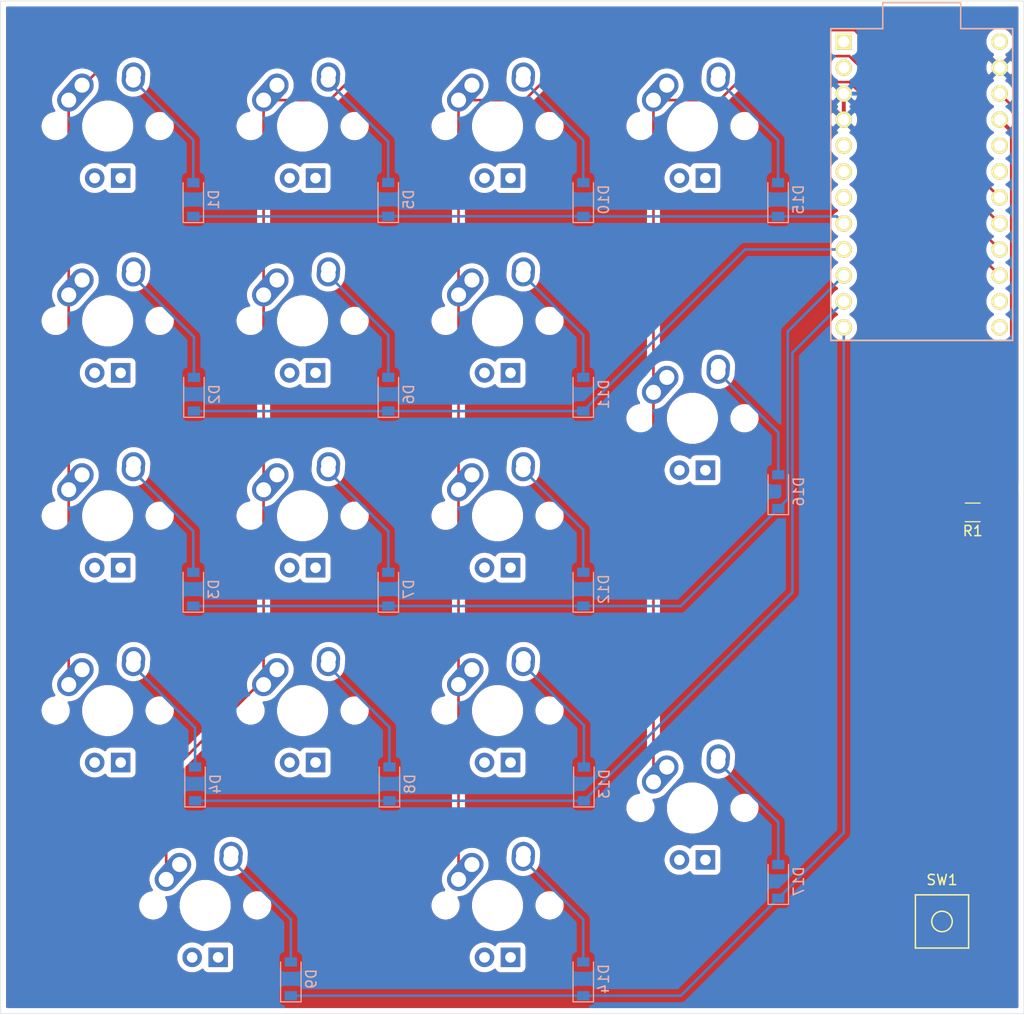
<source format=kicad_pcb>
(kicad_pcb (version 20171130) (host pcbnew "(5.1.10)-1")
  (layers (0 F.Cu signal) (31 B.Cu signal) (34 B.Paste user) (35 F.Paste user) (36 B.SilkS user) (37 F.SilkS user) (38 B.Mask user) (39 F.Mask user) (44 Edge.Cuts user))
  (net 0 "")
  (net 1 "Net-(D1-Pad2)")
  (net 2 ROW0)
  (net 3 "Net-(D2-Pad2)")
  (net 4 ROW1)
  (net 5 "Net-(D3-Pad2)")
  (net 6 ROW2)
  (net 7 "Net-(D4-Pad2)")
  (net 8 ROW3)
  (net 9 "Net-(D5-Pad2)")
  (net 10 "Net-(D6-Pad2)")
  (net 11 "Net-(D7-Pad2)")
  (net 12 "Net-(D8-Pad2)")
  (net 13 "Net-(D9-Pad2)")
  (net 14 ROW4)
  (net 15 "Net-(D10-Pad2)")
  (net 16 "Net-(D11-Pad2)")
  (net 17 "Net-(D12-Pad2)")
  (net 18 "Net-(D13-Pad2)")
  (net 19 "Net-(D14-Pad2)")
  (net 20 "Net-(D15-Pad2)")
  (net 21 "Net-(D16-Pad2)")
  (net 22 "Net-(D17-Pad2)")
  (net 23 COL0)
  (net 24 COL1)
  (net 25 COL2)
  (net 26 COL3)
  (net 27 +5V)
  (net 28 /RST)
  (net 29 GND)
  (net 30 "Net-(U1-Pad24)")
  (net 31 "Net-(U1-Pad20)")
  (net 32 "Net-(U1-Pad19)")
  (net 33 "Net-(U1-Pad14)")
  (net 34 "Net-(U1-Pad13)")
  (net 35 "Net-(U1-Pad7)")
  (net 36 "Net-(U1-Pad6)")
  (net 37 "Net-(U1-Pad5)")
  (net 38 "Net-(U1-Pad2)")
  (net 39 "Net-(U1-Pad1)")
  (module Diode_SMD:D_SOD-123 (layer B.Cu) (at 57 119.55 90)
    (fp_text reference D4 (at 0 2 90) (layer B.SilkS) (effects (justify mirror)))
    (fp_text value D_Small)
    (fp_line (start -2.25 1) (end -2.25 -1) (layer B.SilkS) (width 0.12))
    (fp_line (start -2.25 -1) (end 1.65 -1) (layer B.SilkS) (width 0.12))
    (fp_line (start -2.25 1) (end 1.65 1) (layer B.SilkS) (width 0.12))
    (pad 2 smd rect (at 1.65 0 90) (size 0.9 1.2) (layers B.Cu B.Paste B.Mask) (net 7 "Net-(D4-Pad2)"))
    (pad 1 smd rect (at -1.65 0 90) (size 0.9 1.2) (layers B.Cu B.Paste B.Mask) (net 8 ROW3))
  )
  (module Diode_SMD:D_SOD-123 (layer B.Cu) (at 95 119.55 90)
    (fp_text reference D13 (at 0 2 90) (layer B.SilkS) (effects (justify mirror)))
    (fp_text value D_Small)
    (fp_line (start -2.25 1) (end -2.25 -1) (layer B.SilkS) (width 0.12))
    (fp_line (start -2.25 -1) (end 1.65 -1) (layer B.SilkS) (width 0.12))
    (fp_line (start -2.25 1) (end 1.65 1) (layer B.SilkS) (width 0.12))
    (pad 2 smd rect (at 1.65 0 90) (size 0.9 1.2) (layers B.Cu B.Paste B.Mask) (net 18 "Net-(D13-Pad2)"))
    (pad 1 smd rect (at -1.65 0 90) (size 0.9 1.2) (layers B.Cu B.Paste B.Mask) (net 8 ROW3))
  )
  (module Diode_SMD:D_SOD-123 (layer B.Cu) (at 76 119.55 90)
    (fp_text reference D8 (at 0 2 90) (layer B.SilkS) (effects (justify mirror)))
    (fp_text value D_Small)
    (fp_line (start -2.25 1) (end -2.25 -1) (layer B.SilkS) (width 0.12))
    (fp_line (start -2.25 -1) (end 1.65 -1) (layer B.SilkS) (width 0.12))
    (fp_line (start -2.25 1) (end 1.65 1) (layer B.SilkS) (width 0.12))
    (pad 2 smd rect (at 1.65 0 90) (size 0.9 1.2) (layers B.Cu B.Paste B.Mask) (net 12 "Net-(D8-Pad2)"))
    (pad 1 smd rect (at -1.65 0 90) (size 0.9 1.2) (layers B.Cu B.Paste B.Mask) (net 8 ROW3))
  )
  (module promicro:ProMicro (layer F.Cu) (at 128.02 60.94412 270)
    (fp_text reference U1 hide)
    (fp_text value ProMicro)
    (fp_line (start 15.24 -8.89) (end 15.24 8.89) (layer B.SilkS) (width 0.15))
    (fp_line (start 15.24 8.89) (end -15.24 8.89) (layer B.SilkS) (width 0.15))
    (fp_line (start -15.24 8.89) (end -15.24 3.81) (layer B.SilkS) (width 0.15))
    (fp_line (start -15.24 3.81) (end -17.78 3.81) (layer B.SilkS) (width 0.15))
    (fp_line (start -17.78 3.81) (end -17.78 -3.81) (layer B.SilkS) (width 0.15))
    (fp_line (start -17.78 -3.81) (end -15.24 -3.81) (layer B.SilkS) (width 0.15))
    (fp_line (start -15.24 -3.81) (end -15.24 -8.89) (layer B.SilkS) (width 0.15))
    (fp_line (start -15.24 -8.89) (end 15.24 -8.89) (layer B.SilkS) (width 0.15))
    (fp_line (start -15.24 8.89) (end 15.24 8.89) (layer F.SilkS) (width 0.15))
    (fp_line (start -15.24 8.89) (end -15.24 3.81) (layer F.SilkS) (width 0.15))
    (fp_line (start -15.24 3.81) (end -17.78 3.81) (layer F.SilkS) (width 0.15))
    (fp_line (start -17.78 3.81) (end -17.78 -3.81) (layer F.SilkS) (width 0.15))
    (fp_line (start -17.78 -3.81) (end -15.24 -3.81) (layer F.SilkS) (width 0.15))
    (fp_line (start -15.24 -3.81) (end -15.24 -8.89) (layer F.SilkS) (width 0.15))
    (fp_line (start -15.24 -8.89) (end 15.24 -8.89) (layer F.SilkS) (width 0.15))
    (fp_line (start 15.24 -8.89) (end 15.24 8.89) (layer F.SilkS) (width 0.15))
    (pad 24 thru_hole circle (at -13.97 -7.62 270) (size 1.6 1.6) (drill 1.1) (layers *.Cu *.Mask F.SilkS) (net 30 "Net-(U1-Pad24)"))
    (pad 23 thru_hole circle (at -11.43 -7.62 270) (size 1.6 1.6) (drill 1.1) (layers *.Cu *.Mask F.SilkS) (net 29 GND))
    (pad 22 thru_hole circle (at -8.89 -7.62 270) (size 1.6 1.6) (drill 1.1) (layers *.Cu *.Mask F.SilkS) (net 28 /RST))
    (pad 21 thru_hole circle (at -6.35 -7.62 270) (size 1.6 1.6) (drill 1.1) (layers *.Cu *.Mask F.SilkS) (net 27 +5V))
    (pad 20 thru_hole circle (at -3.81 -7.62 270) (size 1.6 1.6) (drill 1.1) (layers *.Cu *.Mask F.SilkS) (net 31 "Net-(U1-Pad20)"))
    (pad 19 thru_hole circle (at -1.27 -7.62 270) (size 1.6 1.6) (drill 1.1) (layers *.Cu *.Mask F.SilkS) (net 32 "Net-(U1-Pad19)"))
    (pad 18 thru_hole circle (at 1.27 -7.62 270) (size 1.6 1.6) (drill 1.1) (layers *.Cu *.Mask F.SilkS) (net 23 COL0))
    (pad 17 thru_hole circle (at 3.81 -7.62 270) (size 1.6 1.6) (drill 1.1) (layers *.Cu *.Mask F.SilkS) (net 24 COL1))
    (pad 16 thru_hole circle (at 6.35 -7.62 270) (size 1.6 1.6) (drill 1.1) (layers *.Cu *.Mask F.SilkS) (net 25 COL2))
    (pad 15 thru_hole circle (at 8.89 -7.62 270) (size 1.6 1.6) (drill 1.1) (layers *.Cu *.Mask F.SilkS) (net 26 COL3))
    (pad 14 thru_hole circle (at 11.43 -7.62 270) (size 1.6 1.6) (drill 1.1) (layers *.Cu *.Mask F.SilkS) (net 33 "Net-(U1-Pad14)"))
    (pad 13 thru_hole circle (at 13.97 -7.62 270) (size 1.6 1.6) (drill 1.1) (layers *.Cu *.Mask F.SilkS) (net 34 "Net-(U1-Pad13)"))
    (pad 12 thru_hole circle (at 13.97 7.62 270) (size 1.6 1.6) (drill 1.1) (layers *.Cu *.Mask F.SilkS) (net 14 ROW4))
    (pad 11 thru_hole circle (at 11.43 7.62 270) (size 1.6 1.6) (drill 1.1) (layers *.Cu *.Mask F.SilkS) (net 8 ROW3))
    (pad 10 thru_hole circle (at 8.89 7.62 270) (size 1.6 1.6) (drill 1.1) (layers *.Cu *.Mask F.SilkS) (net 6 ROW2))
    (pad 9 thru_hole circle (at 6.35 7.62 270) (size 1.6 1.6) (drill 1.1) (layers *.Cu *.Mask F.SilkS) (net 4 ROW1))
    (pad 8 thru_hole circle (at 3.81 7.62 270) (size 1.6 1.6) (drill 1.1) (layers *.Cu *.Mask F.SilkS) (net 2 ROW0))
    (pad 7 thru_hole circle (at 1.27 7.62 270) (size 1.6 1.6) (drill 1.1) (layers *.Cu *.Mask F.SilkS) (net 35 "Net-(U1-Pad7)"))
    (pad 6 thru_hole circle (at -1.27 7.62 270) (size 1.6 1.6) (drill 1.1) (layers *.Cu *.Mask F.SilkS) (net 36 "Net-(U1-Pad6)"))
    (pad 5 thru_hole circle (at -3.81 7.62 270) (size 1.6 1.6) (drill 1.1) (layers *.Cu *.Mask F.SilkS) (net 37 "Net-(U1-Pad5)"))
    (pad 4 thru_hole circle (at -6.35 7.62 270) (size 1.6 1.6) (drill 1.1) (layers *.Cu *.Mask F.SilkS) (net 29 GND))
    (pad 3 thru_hole circle (at -8.89 7.62 270) (size 1.6 1.6) (drill 1.1) (layers *.Cu *.Mask F.SilkS) (net 29 GND))
    (pad 2 thru_hole circle (at -11.43 7.62 270) (size 1.6 1.6) (drill 1.1) (layers *.Cu *.Mask F.SilkS) (net 38 "Net-(U1-Pad2)"))
    (pad 1 thru_hole rect (at -13.97 7.62 270) (size 1.6 1.6) (drill 1.1) (layers *.Cu *.Mask F.SilkS) (net 39 "Net-(U1-Pad1)"))
  )
  (module random-keyboard-parts:SKQG-1155865 (layer F.Cu) (at 130 133 180)
    (fp_text reference SW1 (at 0 4.064) (layer F.SilkS))
    (fp_text value SW_Push)
    (fp_circle (center 0 0) (end 1 0) (layer F.SilkS) (width 0.15))
    (fp_line (start -2.6 2.6) (end -2.6 -2.6) (layer F.SilkS) (width 0.15))
    (fp_line (start 2.6 2.6) (end -2.6 2.6) (layer F.SilkS) (width 0.15))
    (fp_line (start 2.6 -2.6) (end 2.6 2.6) (layer F.SilkS) (width 0.15))
    (fp_line (start -2.6 -2.6) (end 2.6 -2.6) (layer F.SilkS) (width 0.15))
    (pad 4 smd rect (at -3.1 1.85 180) (size 1.8 1.1) (layers F.Cu F.Paste F.Mask))
    (pad 3 smd rect (at 3.1 -1.85 180) (size 1.8 1.1) (layers F.Cu F.Paste F.Mask))
    (pad 2 smd rect (at -3.1 -1.85 180) (size 1.8 1.1) (layers F.Cu F.Paste F.Mask) (net 28 /RST))
    (pad 1 smd rect (at 3.1 1.85 180) (size 1.8 1.1) (layers F.Cu F.Paste F.Mask) (net 29 GND))
  )
  (module Resistor_SMD:R_1206_3216Metric (layer F.Cu) (at 133 93 180)
    (fp_text reference R1 (at 0 -1.82) (layer F.SilkS))
    (fp_text value R_Small)
    (fp_line (start -0.727064 -0.91) (end 0.727064 -0.91) (layer F.SilkS) (width 0.12))
    (fp_line (start -0.727064 0.91) (end 0.727064 0.91) (layer F.SilkS) (width 0.12))
    (pad 2 smd roundrect (at 1.4625 0 180) (size 1.125 1.75) (layers F.Cu F.Paste F.Mask) (roundrect_rratio 0.2222213333333333) (net 27 +5V))
    (pad 1 smd roundrect (at -1.4625 0 180) (size 1.125 1.75) (layers F.Cu F.Paste F.Mask) (roundrect_rratio 0.2222213333333333) (net 28 /RST))
  )
  (module MX_Alps_Hybrid:MX-1U (layer F.Cu) (at 105.61 121.9)
    (fp_text reference MX17)
    (fp_text value MX-NoLED)
    (pad "" np_thru_hole circle (at 5.08 0 48.0996) (size 1.75 1.75) (drill 1.75) (layers *.Cu *.Mask))
    (pad "" np_thru_hole circle (at -5.08 0 48.0996) (size 1.75 1.75) (drill 1.75) (layers *.Cu *.Mask))
    (pad 4 thru_hole rect (at 1.27 5.08) (size 1.905 1.905) (drill 1.04) (layers *.Cu B.Mask))
    (pad 3 thru_hole circle (at -1.27 5.08) (size 1.905 1.905) (drill 1.04) (layers *.Cu B.Mask))
    (pad 1 thru_hole circle (at -2.5 -4) (size 2.25 2.25) (drill 1.47) (layers *.Cu B.Mask) (net 26 COL3))
    (pad "" np_thru_hole circle (at 0 0) (size 3.9878 3.9878) (drill 3.9878) (layers *.Cu *.Mask))
    (pad 1 thru_hole oval (at -3.81 -2.54 48.0996) (size 4.211556 2.25) (drill 1.47 (offset 0.980778 0)) (layers *.Cu B.Mask) (net 26 COL3))
    (pad 2 thru_hole circle (at 2.54 -5.08) (size 2.25 2.25) (drill 1.47) (layers *.Cu B.Mask) (net 22 "Net-(D17-Pad2)"))
    (pad 2 thru_hole oval (at 2.5 -4.5 86.0548) (size 2.831378 2.25) (drill 1.47 (offset 0.290689 0)) (layers *.Cu B.Mask) (net 22 "Net-(D17-Pad2)"))
  )
  (module MX_Alps_Hybrid:MX-1U (layer F.Cu) (at 105.61 83.8)
    (fp_text reference MX16)
    (fp_text value MX-NoLED)
    (pad "" np_thru_hole circle (at 5.08 0 48.0996) (size 1.75 1.75) (drill 1.75) (layers *.Cu *.Mask))
    (pad "" np_thru_hole circle (at -5.08 0 48.0996) (size 1.75 1.75) (drill 1.75) (layers *.Cu *.Mask))
    (pad 4 thru_hole rect (at 1.27 5.08) (size 1.905 1.905) (drill 1.04) (layers *.Cu B.Mask))
    (pad 3 thru_hole circle (at -1.27 5.08) (size 1.905 1.905) (drill 1.04) (layers *.Cu B.Mask))
    (pad 1 thru_hole circle (at -2.5 -4) (size 2.25 2.25) (drill 1.47) (layers *.Cu B.Mask) (net 26 COL3))
    (pad "" np_thru_hole circle (at 0 0) (size 3.9878 3.9878) (drill 3.9878) (layers *.Cu *.Mask))
    (pad 1 thru_hole oval (at -3.81 -2.54 48.0996) (size 4.211556 2.25) (drill 1.47 (offset 0.980778 0)) (layers *.Cu B.Mask) (net 26 COL3))
    (pad 2 thru_hole circle (at 2.54 -5.08) (size 2.25 2.25) (drill 1.47) (layers *.Cu B.Mask) (net 21 "Net-(D16-Pad2)"))
    (pad 2 thru_hole oval (at 2.5 -4.5 86.0548) (size 2.831378 2.25) (drill 1.47 (offset 0.290689 0)) (layers *.Cu B.Mask) (net 21 "Net-(D16-Pad2)"))
  )
  (module MX_Alps_Hybrid:MX-1U (layer F.Cu) (at 105.61 55.23)
    (fp_text reference MX15)
    (fp_text value MX-NoLED)
    (pad "" np_thru_hole circle (at 5.08 0 48.0996) (size 1.75 1.75) (drill 1.75) (layers *.Cu *.Mask))
    (pad "" np_thru_hole circle (at -5.08 0 48.0996) (size 1.75 1.75) (drill 1.75) (layers *.Cu *.Mask))
    (pad 4 thru_hole rect (at 1.27 5.08) (size 1.905 1.905) (drill 1.04) (layers *.Cu B.Mask))
    (pad 3 thru_hole circle (at -1.27 5.08) (size 1.905 1.905) (drill 1.04) (layers *.Cu B.Mask))
    (pad 1 thru_hole circle (at -2.5 -4) (size 2.25 2.25) (drill 1.47) (layers *.Cu B.Mask) (net 26 COL3))
    (pad "" np_thru_hole circle (at 0 0) (size 3.9878 3.9878) (drill 3.9878) (layers *.Cu *.Mask))
    (pad 1 thru_hole oval (at -3.81 -2.54 48.0996) (size 4.211556 2.25) (drill 1.47 (offset 0.980778 0)) (layers *.Cu B.Mask) (net 26 COL3))
    (pad 2 thru_hole circle (at 2.54 -5.08) (size 2.25 2.25) (drill 1.47) (layers *.Cu B.Mask) (net 20 "Net-(D15-Pad2)"))
    (pad 2 thru_hole oval (at 2.5 -4.5 86.0548) (size 2.831378 2.25) (drill 1.47 (offset 0.290689 0)) (layers *.Cu B.Mask) (net 20 "Net-(D15-Pad2)"))
  )
  (module MX_Alps_Hybrid:MX-1U (layer F.Cu) (at 86.56 131.43)
    (fp_text reference MX14)
    (fp_text value MX-NoLED)
    (pad "" np_thru_hole circle (at 5.08 0 48.0996) (size 1.75 1.75) (drill 1.75) (layers *.Cu *.Mask))
    (pad "" np_thru_hole circle (at -5.08 0 48.0996) (size 1.75 1.75) (drill 1.75) (layers *.Cu *.Mask))
    (pad 4 thru_hole rect (at 1.27 5.08) (size 1.905 1.905) (drill 1.04) (layers *.Cu B.Mask))
    (pad 3 thru_hole circle (at -1.27 5.08) (size 1.905 1.905) (drill 1.04) (layers *.Cu B.Mask))
    (pad 1 thru_hole circle (at -2.5 -4) (size 2.25 2.25) (drill 1.47) (layers *.Cu B.Mask) (net 25 COL2))
    (pad "" np_thru_hole circle (at 0 0) (size 3.9878 3.9878) (drill 3.9878) (layers *.Cu *.Mask))
    (pad 1 thru_hole oval (at -3.81 -2.54 48.0996) (size 4.211556 2.25) (drill 1.47 (offset 0.980778 0)) (layers *.Cu B.Mask) (net 25 COL2))
    (pad 2 thru_hole circle (at 2.54 -5.08) (size 2.25 2.25) (drill 1.47) (layers *.Cu B.Mask) (net 19 "Net-(D14-Pad2)"))
    (pad 2 thru_hole oval (at 2.5 -4.5 86.0548) (size 2.831378 2.25) (drill 1.47 (offset 0.290689 0)) (layers *.Cu B.Mask) (net 19 "Net-(D14-Pad2)"))
  )
  (module MX_Alps_Hybrid:MX-1U (layer F.Cu) (at 86.56 112.38)
    (fp_text reference MX13)
    (fp_text value MX-NoLED)
    (pad "" np_thru_hole circle (at 5.08 0 48.0996) (size 1.75 1.75) (drill 1.75) (layers *.Cu *.Mask))
    (pad "" np_thru_hole circle (at -5.08 0 48.0996) (size 1.75 1.75) (drill 1.75) (layers *.Cu *.Mask))
    (pad 4 thru_hole rect (at 1.27 5.08) (size 1.905 1.905) (drill 1.04) (layers *.Cu B.Mask))
    (pad 3 thru_hole circle (at -1.27 5.08) (size 1.905 1.905) (drill 1.04) (layers *.Cu B.Mask))
    (pad 1 thru_hole circle (at -2.5 -4) (size 2.25 2.25) (drill 1.47) (layers *.Cu B.Mask) (net 25 COL2))
    (pad "" np_thru_hole circle (at 0 0) (size 3.9878 3.9878) (drill 3.9878) (layers *.Cu *.Mask))
    (pad 1 thru_hole oval (at -3.81 -2.54 48.0996) (size 4.211556 2.25) (drill 1.47 (offset 0.980778 0)) (layers *.Cu B.Mask) (net 25 COL2))
    (pad 2 thru_hole circle (at 2.54 -5.08) (size 2.25 2.25) (drill 1.47) (layers *.Cu B.Mask) (net 18 "Net-(D13-Pad2)"))
    (pad 2 thru_hole oval (at 2.5 -4.5 86.0548) (size 2.831378 2.25) (drill 1.47 (offset 0.290689 0)) (layers *.Cu B.Mask) (net 18 "Net-(D13-Pad2)"))
  )
  (module MX_Alps_Hybrid:MX-1U (layer F.Cu) (at 86.56 93.33)
    (fp_text reference MX12)
    (fp_text value MX-NoLED)
    (pad "" np_thru_hole circle (at 5.08 0 48.0996) (size 1.75 1.75) (drill 1.75) (layers *.Cu *.Mask))
    (pad "" np_thru_hole circle (at -5.08 0 48.0996) (size 1.75 1.75) (drill 1.75) (layers *.Cu *.Mask))
    (pad 4 thru_hole rect (at 1.27 5.08) (size 1.905 1.905) (drill 1.04) (layers *.Cu B.Mask))
    (pad 3 thru_hole circle (at -1.27 5.08) (size 1.905 1.905) (drill 1.04) (layers *.Cu B.Mask))
    (pad 1 thru_hole circle (at -2.5 -4) (size 2.25 2.25) (drill 1.47) (layers *.Cu B.Mask) (net 25 COL2))
    (pad "" np_thru_hole circle (at 0 0) (size 3.9878 3.9878) (drill 3.9878) (layers *.Cu *.Mask))
    (pad 1 thru_hole oval (at -3.81 -2.54 48.0996) (size 4.211556 2.25) (drill 1.47 (offset 0.980778 0)) (layers *.Cu B.Mask) (net 25 COL2))
    (pad 2 thru_hole circle (at 2.54 -5.08) (size 2.25 2.25) (drill 1.47) (layers *.Cu B.Mask) (net 17 "Net-(D12-Pad2)"))
    (pad 2 thru_hole oval (at 2.5 -4.5 86.0548) (size 2.831378 2.25) (drill 1.47 (offset 0.290689 0)) (layers *.Cu B.Mask) (net 17 "Net-(D12-Pad2)"))
  )
  (module MX_Alps_Hybrid:MX-1U (layer F.Cu) (at 86.56 74.28)
    (fp_text reference MX11)
    (fp_text value MX-NoLED)
    (pad "" np_thru_hole circle (at 5.08 0 48.0996) (size 1.75 1.75) (drill 1.75) (layers *.Cu *.Mask))
    (pad "" np_thru_hole circle (at -5.08 0 48.0996) (size 1.75 1.75) (drill 1.75) (layers *.Cu *.Mask))
    (pad 4 thru_hole rect (at 1.27 5.08) (size 1.905 1.905) (drill 1.04) (layers *.Cu B.Mask))
    (pad 3 thru_hole circle (at -1.27 5.08) (size 1.905 1.905) (drill 1.04) (layers *.Cu B.Mask))
    (pad 1 thru_hole circle (at -2.5 -4) (size 2.25 2.25) (drill 1.47) (layers *.Cu B.Mask) (net 25 COL2))
    (pad "" np_thru_hole circle (at 0 0) (size 3.9878 3.9878) (drill 3.9878) (layers *.Cu *.Mask))
    (pad 1 thru_hole oval (at -3.81 -2.54 48.0996) (size 4.211556 2.25) (drill 1.47 (offset 0.980778 0)) (layers *.Cu B.Mask) (net 25 COL2))
    (pad 2 thru_hole circle (at 2.54 -5.08) (size 2.25 2.25) (drill 1.47) (layers *.Cu B.Mask) (net 16 "Net-(D11-Pad2)"))
    (pad 2 thru_hole oval (at 2.5 -4.5 86.0548) (size 2.831378 2.25) (drill 1.47 (offset 0.290689 0)) (layers *.Cu B.Mask) (net 16 "Net-(D11-Pad2)"))
  )
  (module MX_Alps_Hybrid:MX-1U (layer F.Cu) (at 86.56 55.23)
    (fp_text reference MX10)
    (fp_text value MX-NoLED)
    (pad "" np_thru_hole circle (at 5.08 0 48.0996) (size 1.75 1.75) (drill 1.75) (layers *.Cu *.Mask))
    (pad "" np_thru_hole circle (at -5.08 0 48.0996) (size 1.75 1.75) (drill 1.75) (layers *.Cu *.Mask))
    (pad 4 thru_hole rect (at 1.27 5.08) (size 1.905 1.905) (drill 1.04) (layers *.Cu B.Mask))
    (pad 3 thru_hole circle (at -1.27 5.08) (size 1.905 1.905) (drill 1.04) (layers *.Cu B.Mask))
    (pad 1 thru_hole circle (at -2.5 -4) (size 2.25 2.25) (drill 1.47) (layers *.Cu B.Mask) (net 25 COL2))
    (pad "" np_thru_hole circle (at 0 0) (size 3.9878 3.9878) (drill 3.9878) (layers *.Cu *.Mask))
    (pad 1 thru_hole oval (at -3.81 -2.54 48.0996) (size 4.211556 2.25) (drill 1.47 (offset 0.980778 0)) (layers *.Cu B.Mask) (net 25 COL2))
    (pad 2 thru_hole circle (at 2.54 -5.08) (size 2.25 2.25) (drill 1.47) (layers *.Cu B.Mask) (net 15 "Net-(D10-Pad2)"))
    (pad 2 thru_hole oval (at 2.5 -4.5 86.0548) (size 2.831378 2.25) (drill 1.47 (offset 0.290689 0)) (layers *.Cu B.Mask) (net 15 "Net-(D10-Pad2)"))
  )
  (module MX_Alps_Hybrid:MX-1U (layer F.Cu) (at 57.99 131.43)
    (fp_text reference MX9)
    (fp_text value MX-NoLED)
    (pad "" np_thru_hole circle (at 5.08 0 48.0996) (size 1.75 1.75) (drill 1.75) (layers *.Cu *.Mask))
    (pad "" np_thru_hole circle (at -5.08 0 48.0996) (size 1.75 1.75) (drill 1.75) (layers *.Cu *.Mask))
    (pad 4 thru_hole rect (at 1.27 5.08) (size 1.905 1.905) (drill 1.04) (layers *.Cu B.Mask))
    (pad 3 thru_hole circle (at -1.27 5.08) (size 1.905 1.905) (drill 1.04) (layers *.Cu B.Mask))
    (pad 1 thru_hole circle (at -2.5 -4) (size 2.25 2.25) (drill 1.47) (layers *.Cu B.Mask) (net 24 COL1))
    (pad "" np_thru_hole circle (at 0 0) (size 3.9878 3.9878) (drill 3.9878) (layers *.Cu *.Mask))
    (pad 1 thru_hole oval (at -3.81 -2.54 48.0996) (size 4.211556 2.25) (drill 1.47 (offset 0.980778 0)) (layers *.Cu B.Mask) (net 24 COL1))
    (pad 2 thru_hole circle (at 2.54 -5.08) (size 2.25 2.25) (drill 1.47) (layers *.Cu B.Mask) (net 13 "Net-(D9-Pad2)"))
    (pad 2 thru_hole oval (at 2.5 -4.5 86.0548) (size 2.831378 2.25) (drill 1.47 (offset 0.290689 0)) (layers *.Cu B.Mask) (net 13 "Net-(D9-Pad2)"))
  )
  (module MX_Alps_Hybrid:MX-1U (layer F.Cu) (at 67.51 112.38)
    (fp_text reference MX8)
    (fp_text value MX-NoLED)
    (pad "" np_thru_hole circle (at 5.08 0 48.0996) (size 1.75 1.75) (drill 1.75) (layers *.Cu *.Mask))
    (pad "" np_thru_hole circle (at -5.08 0 48.0996) (size 1.75 1.75) (drill 1.75) (layers *.Cu *.Mask))
    (pad 4 thru_hole rect (at 1.27 5.08) (size 1.905 1.905) (drill 1.04) (layers *.Cu B.Mask))
    (pad 3 thru_hole circle (at -1.27 5.08) (size 1.905 1.905) (drill 1.04) (layers *.Cu B.Mask))
    (pad 1 thru_hole circle (at -2.5 -4) (size 2.25 2.25) (drill 1.47) (layers *.Cu B.Mask) (net 24 COL1))
    (pad "" np_thru_hole circle (at 0 0) (size 3.9878 3.9878) (drill 3.9878) (layers *.Cu *.Mask))
    (pad 1 thru_hole oval (at -3.81 -2.54 48.0996) (size 4.211556 2.25) (drill 1.47 (offset 0.980778 0)) (layers *.Cu B.Mask) (net 24 COL1))
    (pad 2 thru_hole circle (at 2.54 -5.08) (size 2.25 2.25) (drill 1.47) (layers *.Cu B.Mask) (net 12 "Net-(D8-Pad2)"))
    (pad 2 thru_hole oval (at 2.5 -4.5 86.0548) (size 2.831378 2.25) (drill 1.47 (offset 0.290689 0)) (layers *.Cu B.Mask) (net 12 "Net-(D8-Pad2)"))
  )
  (module MX_Alps_Hybrid:MX-1U (layer F.Cu) (at 67.51 93.33)
    (fp_text reference MX7)
    (fp_text value MX-NoLED)
    (pad "" np_thru_hole circle (at 5.08 0 48.0996) (size 1.75 1.75) (drill 1.75) (layers *.Cu *.Mask))
    (pad "" np_thru_hole circle (at -5.08 0 48.0996) (size 1.75 1.75) (drill 1.75) (layers *.Cu *.Mask))
    (pad 4 thru_hole rect (at 1.27 5.08) (size 1.905 1.905) (drill 1.04) (layers *.Cu B.Mask))
    (pad 3 thru_hole circle (at -1.27 5.08) (size 1.905 1.905) (drill 1.04) (layers *.Cu B.Mask))
    (pad 1 thru_hole circle (at -2.5 -4) (size 2.25 2.25) (drill 1.47) (layers *.Cu B.Mask) (net 24 COL1))
    (pad "" np_thru_hole circle (at 0 0) (size 3.9878 3.9878) (drill 3.9878) (layers *.Cu *.Mask))
    (pad 1 thru_hole oval (at -3.81 -2.54 48.0996) (size 4.211556 2.25) (drill 1.47 (offset 0.980778 0)) (layers *.Cu B.Mask) (net 24 COL1))
    (pad 2 thru_hole circle (at 2.54 -5.08) (size 2.25 2.25) (drill 1.47) (layers *.Cu B.Mask) (net 11 "Net-(D7-Pad2)"))
    (pad 2 thru_hole oval (at 2.5 -4.5 86.0548) (size 2.831378 2.25) (drill 1.47 (offset 0.290689 0)) (layers *.Cu B.Mask) (net 11 "Net-(D7-Pad2)"))
  )
  (module MX_Alps_Hybrid:MX-1U (layer F.Cu) (at 67.51 74.28)
    (fp_text reference MX6)
    (fp_text value MX-NoLED)
    (pad "" np_thru_hole circle (at 5.08 0 48.0996) (size 1.75 1.75) (drill 1.75) (layers *.Cu *.Mask))
    (pad "" np_thru_hole circle (at -5.08 0 48.0996) (size 1.75 1.75) (drill 1.75) (layers *.Cu *.Mask))
    (pad 4 thru_hole rect (at 1.27 5.08) (size 1.905 1.905) (drill 1.04) (layers *.Cu B.Mask))
    (pad 3 thru_hole circle (at -1.27 5.08) (size 1.905 1.905) (drill 1.04) (layers *.Cu B.Mask))
    (pad 1 thru_hole circle (at -2.5 -4) (size 2.25 2.25) (drill 1.47) (layers *.Cu B.Mask) (net 24 COL1))
    (pad "" np_thru_hole circle (at 0 0) (size 3.9878 3.9878) (drill 3.9878) (layers *.Cu *.Mask))
    (pad 1 thru_hole oval (at -3.81 -2.54 48.0996) (size 4.211556 2.25) (drill 1.47 (offset 0.980778 0)) (layers *.Cu B.Mask) (net 24 COL1))
    (pad 2 thru_hole circle (at 2.54 -5.08) (size 2.25 2.25) (drill 1.47) (layers *.Cu B.Mask) (net 10 "Net-(D6-Pad2)"))
    (pad 2 thru_hole oval (at 2.5 -4.5 86.0548) (size 2.831378 2.25) (drill 1.47 (offset 0.290689 0)) (layers *.Cu B.Mask) (net 10 "Net-(D6-Pad2)"))
  )
  (module MX_Alps_Hybrid:MX-1U (layer F.Cu) (at 67.51 55.23)
    (fp_text reference MX5)
    (fp_text value MX-NoLED)
    (pad "" np_thru_hole circle (at 5.08 0 48.0996) (size 1.75 1.75) (drill 1.75) (layers *.Cu *.Mask))
    (pad "" np_thru_hole circle (at -5.08 0 48.0996) (size 1.75 1.75) (drill 1.75) (layers *.Cu *.Mask))
    (pad 4 thru_hole rect (at 1.27 5.08) (size 1.905 1.905) (drill 1.04) (layers *.Cu B.Mask))
    (pad 3 thru_hole circle (at -1.27 5.08) (size 1.905 1.905) (drill 1.04) (layers *.Cu B.Mask))
    (pad 1 thru_hole circle (at -2.5 -4) (size 2.25 2.25) (drill 1.47) (layers *.Cu B.Mask) (net 24 COL1))
    (pad "" np_thru_hole circle (at 0 0) (size 3.9878 3.9878) (drill 3.9878) (layers *.Cu *.Mask))
    (pad 1 thru_hole oval (at -3.81 -2.54 48.0996) (size 4.211556 2.25) (drill 1.47 (offset 0.980778 0)) (layers *.Cu B.Mask) (net 24 COL1))
    (pad 2 thru_hole circle (at 2.54 -5.08) (size 2.25 2.25) (drill 1.47) (layers *.Cu B.Mask) (net 9 "Net-(D5-Pad2)"))
    (pad 2 thru_hole oval (at 2.5 -4.5 86.0548) (size 2.831378 2.25) (drill 1.47 (offset 0.290689 0)) (layers *.Cu B.Mask) (net 9 "Net-(D5-Pad2)"))
  )
  (module MX_Alps_Hybrid:MX-1U (layer F.Cu) (at 48.46 112.38)
    (fp_text reference MX4)
    (fp_text value MX-NoLED)
    (pad "" np_thru_hole circle (at 5.08 0 48.0996) (size 1.75 1.75) (drill 1.75) (layers *.Cu *.Mask))
    (pad "" np_thru_hole circle (at -5.08 0 48.0996) (size 1.75 1.75) (drill 1.75) (layers *.Cu *.Mask))
    (pad 4 thru_hole rect (at 1.27 5.08) (size 1.905 1.905) (drill 1.04) (layers *.Cu B.Mask))
    (pad 3 thru_hole circle (at -1.27 5.08) (size 1.905 1.905) (drill 1.04) (layers *.Cu B.Mask))
    (pad 1 thru_hole circle (at -2.5 -4) (size 2.25 2.25) (drill 1.47) (layers *.Cu B.Mask) (net 23 COL0))
    (pad "" np_thru_hole circle (at 0 0) (size 3.9878 3.9878) (drill 3.9878) (layers *.Cu *.Mask))
    (pad 1 thru_hole oval (at -3.81 -2.54 48.0996) (size 4.211556 2.25) (drill 1.47 (offset 0.980778 0)) (layers *.Cu B.Mask) (net 23 COL0))
    (pad 2 thru_hole circle (at 2.54 -5.08) (size 2.25 2.25) (drill 1.47) (layers *.Cu B.Mask) (net 7 "Net-(D4-Pad2)"))
    (pad 2 thru_hole oval (at 2.5 -4.5 86.0548) (size 2.831378 2.25) (drill 1.47 (offset 0.290689 0)) (layers *.Cu B.Mask) (net 7 "Net-(D4-Pad2)"))
  )
  (module MX_Alps_Hybrid:MX-1U (layer F.Cu) (at 48.46 93.33)
    (fp_text reference MX3)
    (fp_text value MX-NoLED)
    (pad "" np_thru_hole circle (at 5.08 0 48.0996) (size 1.75 1.75) (drill 1.75) (layers *.Cu *.Mask))
    (pad "" np_thru_hole circle (at -5.08 0 48.0996) (size 1.75 1.75) (drill 1.75) (layers *.Cu *.Mask))
    (pad 4 thru_hole rect (at 1.27 5.08) (size 1.905 1.905) (drill 1.04) (layers *.Cu B.Mask))
    (pad 3 thru_hole circle (at -1.27 5.08) (size 1.905 1.905) (drill 1.04) (layers *.Cu B.Mask))
    (pad 1 thru_hole circle (at -2.5 -4) (size 2.25 2.25) (drill 1.47) (layers *.Cu B.Mask) (net 23 COL0))
    (pad "" np_thru_hole circle (at 0 0) (size 3.9878 3.9878) (drill 3.9878) (layers *.Cu *.Mask))
    (pad 1 thru_hole oval (at -3.81 -2.54 48.0996) (size 4.211556 2.25) (drill 1.47 (offset 0.980778 0)) (layers *.Cu B.Mask) (net 23 COL0))
    (pad 2 thru_hole circle (at 2.54 -5.08) (size 2.25 2.25) (drill 1.47) (layers *.Cu B.Mask) (net 5 "Net-(D3-Pad2)"))
    (pad 2 thru_hole oval (at 2.5 -4.5 86.0548) (size 2.831378 2.25) (drill 1.47 (offset 0.290689 0)) (layers *.Cu B.Mask) (net 5 "Net-(D3-Pad2)"))
  )
  (module MX_Alps_Hybrid:MX-1U (layer F.Cu) (at 48.46 74.28)
    (fp_text reference MX2)
    (fp_text value MX-NoLED)
    (pad "" np_thru_hole circle (at 5.08 0 48.0996) (size 1.75 1.75) (drill 1.75) (layers *.Cu *.Mask))
    (pad "" np_thru_hole circle (at -5.08 0 48.0996) (size 1.75 1.75) (drill 1.75) (layers *.Cu *.Mask))
    (pad 4 thru_hole rect (at 1.27 5.08) (size 1.905 1.905) (drill 1.04) (layers *.Cu B.Mask))
    (pad 3 thru_hole circle (at -1.27 5.08) (size 1.905 1.905) (drill 1.04) (layers *.Cu B.Mask))
    (pad 1 thru_hole circle (at -2.5 -4) (size 2.25 2.25) (drill 1.47) (layers *.Cu B.Mask) (net 23 COL0))
    (pad "" np_thru_hole circle (at 0 0) (size 3.9878 3.9878) (drill 3.9878) (layers *.Cu *.Mask))
    (pad 1 thru_hole oval (at -3.81 -2.54 48.0996) (size 4.211556 2.25) (drill 1.47 (offset 0.980778 0)) (layers *.Cu B.Mask) (net 23 COL0))
    (pad 2 thru_hole circle (at 2.54 -5.08) (size 2.25 2.25) (drill 1.47) (layers *.Cu B.Mask) (net 3 "Net-(D2-Pad2)"))
    (pad 2 thru_hole oval (at 2.5 -4.5 86.0548) (size 2.831378 2.25) (drill 1.47 (offset 0.290689 0)) (layers *.Cu B.Mask) (net 3 "Net-(D2-Pad2)"))
  )
  (module MX_Alps_Hybrid:MX-1U (layer F.Cu) (at 48.46 55.23)
    (fp_text reference MX1)
    (fp_text value MX-NoLED)
    (pad "" np_thru_hole circle (at 5.08 0 48.0996) (size 1.75 1.75) (drill 1.75) (layers *.Cu *.Mask))
    (pad "" np_thru_hole circle (at -5.08 0 48.0996) (size 1.75 1.75) (drill 1.75) (layers *.Cu *.Mask))
    (pad 4 thru_hole rect (at 1.27 5.08) (size 1.905 1.905) (drill 1.04) (layers *.Cu B.Mask))
    (pad 3 thru_hole circle (at -1.27 5.08) (size 1.905 1.905) (drill 1.04) (layers *.Cu B.Mask))
    (pad 1 thru_hole circle (at -2.5 -4) (size 2.25 2.25) (drill 1.47) (layers *.Cu B.Mask) (net 23 COL0))
    (pad "" np_thru_hole circle (at 0 0) (size 3.9878 3.9878) (drill 3.9878) (layers *.Cu *.Mask))
    (pad 1 thru_hole oval (at -3.81 -2.54 48.0996) (size 4.211556 2.25) (drill 1.47 (offset 0.980778 0)) (layers *.Cu B.Mask) (net 23 COL0))
    (pad 2 thru_hole circle (at 2.54 -5.08) (size 2.25 2.25) (drill 1.47) (layers *.Cu B.Mask) (net 1 "Net-(D1-Pad2)"))
    (pad 2 thru_hole oval (at 2.5 -4.5 86.0548) (size 2.831378 2.25) (drill 1.47 (offset 0.290689 0)) (layers *.Cu B.Mask) (net 1 "Net-(D1-Pad2)"))
  )
  (module Diode_SMD:D_SOD-123 (layer B.Cu) (at 114 129.08 90)
    (fp_text reference D17 (at 0 2 270) (layer B.SilkS) (effects (justify mirror)))
    (fp_text value D_Small)
    (fp_line (start -2.25 1) (end -2.25 -1) (layer B.SilkS) (width 0.12))
    (fp_line (start -2.25 -1) (end 1.65 -1) (layer B.SilkS) (width 0.12))
    (fp_line (start -2.25 1) (end 1.65 1) (layer B.SilkS) (width 0.12))
    (pad 2 smd rect (at 1.65 0 90) (size 0.9 1.2) (layers B.Cu B.Paste B.Mask) (net 22 "Net-(D17-Pad2)"))
    (pad 1 smd rect (at -1.65 0 90) (size 0.9 1.2) (layers B.Cu B.Paste B.Mask) (net 14 ROW4))
  )
  (module Diode_SMD:D_SOD-123 (layer B.Cu) (at 114 90.97 90)
    (fp_text reference D16 (at 0 2 270) (layer B.SilkS) (effects (justify mirror)))
    (fp_text value D_Small)
    (fp_line (start -2.25 1) (end -2.25 -1) (layer B.SilkS) (width 0.12))
    (fp_line (start -2.25 -1) (end 1.65 -1) (layer B.SilkS) (width 0.12))
    (fp_line (start -2.25 1) (end 1.65 1) (layer B.SilkS) (width 0.12))
    (pad 2 smd rect (at 1.65 0 90) (size 0.9 1.2) (layers B.Cu B.Paste B.Mask) (net 21 "Net-(D16-Pad2)"))
    (pad 1 smd rect (at -1.65 0 90) (size 0.9 1.2) (layers B.Cu B.Paste B.Mask) (net 6 ROW2))
  )
  (module Diode_SMD:D_SOD-123 (layer B.Cu) (at 113.98 62.41 90)
    (fp_text reference D15 (at 0 2 90) (layer B.SilkS) (effects (justify mirror)))
    (fp_text value D_Small)
    (fp_line (start -2.25 1) (end -2.25 -1) (layer B.SilkS) (width 0.12))
    (fp_line (start -2.25 -1) (end 1.65 -1) (layer B.SilkS) (width 0.12))
    (fp_line (start -2.25 1) (end 1.65 1) (layer B.SilkS) (width 0.12))
    (pad 2 smd rect (at 1.65 0 90) (size 0.9 1.2) (layers B.Cu B.Paste B.Mask) (net 20 "Net-(D15-Pad2)"))
    (pad 1 smd rect (at -1.65 0 90) (size 0.9 1.2) (layers B.Cu B.Paste B.Mask) (net 2 ROW0))
  )
  (module Diode_SMD:D_SOD-123 (layer B.Cu) (at 94.94 138.61 90)
    (fp_text reference D14 (at 0 2 90) (layer B.SilkS) (effects (justify mirror)))
    (fp_text value D_Small)
    (fp_line (start -2.25 1) (end -2.25 -1) (layer B.SilkS) (width 0.12))
    (fp_line (start -2.25 -1) (end 1.65 -1) (layer B.SilkS) (width 0.12))
    (fp_line (start -2.25 1) (end 1.65 1) (layer B.SilkS) (width 0.12))
    (pad 2 smd rect (at 1.65 0 90) (size 0.9 1.2) (layers B.Cu B.Paste B.Mask) (net 19 "Net-(D14-Pad2)"))
    (pad 1 smd rect (at -1.65 0 90) (size 0.9 1.2) (layers B.Cu B.Paste B.Mask) (net 14 ROW4))
  )
  (module Diode_SMD:D_SOD-123 (layer B.Cu) (at 94.94 100.51 90)
    (fp_text reference D12 (at 0 2 270) (layer B.SilkS) (effects (justify mirror)))
    (fp_text value D_Small)
    (fp_line (start -2.25 1) (end -2.25 -1) (layer B.SilkS) (width 0.12))
    (fp_line (start -2.25 -1) (end 1.65 -1) (layer B.SilkS) (width 0.12))
    (fp_line (start -2.25 1) (end 1.65 1) (layer B.SilkS) (width 0.12))
    (pad 2 smd rect (at 1.65 0 90) (size 0.9 1.2) (layers B.Cu B.Paste B.Mask) (net 17 "Net-(D12-Pad2)"))
    (pad 1 smd rect (at -1.65 0 90) (size 0.9 1.2) (layers B.Cu B.Paste B.Mask) (net 6 ROW2))
  )
  (module Diode_SMD:D_SOD-123 (layer B.Cu) (at 94.94 81.45 90)
    (fp_text reference D11 (at 0 2 270) (layer B.SilkS) (effects (justify mirror)))
    (fp_text value D_Small)
    (fp_line (start -2.25 1) (end -2.25 -1) (layer B.SilkS) (width 0.12))
    (fp_line (start -2.25 -1) (end 1.65 -1) (layer B.SilkS) (width 0.12))
    (fp_line (start -2.25 1) (end 1.65 1) (layer B.SilkS) (width 0.12))
    (pad 2 smd rect (at 1.65 0 90) (size 0.9 1.2) (layers B.Cu B.Paste B.Mask) (net 16 "Net-(D11-Pad2)"))
    (pad 1 smd rect (at -1.65 0 90) (size 0.9 1.2) (layers B.Cu B.Paste B.Mask) (net 4 ROW1))
  )
  (module Diode_SMD:D_SOD-123 (layer B.Cu) (at 94.94 62.41 90)
    (fp_text reference D10 (at 0 2 270) (layer B.SilkS) (effects (justify mirror)))
    (fp_text value D_Small)
    (fp_line (start -2.25 1) (end -2.25 -1) (layer B.SilkS) (width 0.12))
    (fp_line (start -2.25 -1) (end 1.65 -1) (layer B.SilkS) (width 0.12))
    (fp_line (start -2.25 1) (end 1.65 1) (layer B.SilkS) (width 0.12))
    (pad 2 smd rect (at 1.65 0 90) (size 0.9 1.2) (layers B.Cu B.Paste B.Mask) (net 15 "Net-(D10-Pad2)"))
    (pad 1 smd rect (at -1.65 0 90) (size 0.9 1.2) (layers B.Cu B.Paste B.Mask) (net 2 ROW0))
  )
  (module Diode_SMD:D_SOD-123 (layer B.Cu) (at 66.36 138.61 90)
    (fp_text reference D9 (at 0 2 90) (layer B.SilkS) (effects (justify mirror)))
    (fp_text value D_Small)
    (fp_line (start -2.25 1) (end -2.25 -1) (layer B.SilkS) (width 0.12))
    (fp_line (start -2.25 -1) (end 1.65 -1) (layer B.SilkS) (width 0.12))
    (fp_line (start -2.25 1) (end 1.65 1) (layer B.SilkS) (width 0.12))
    (pad 2 smd rect (at 1.65 0 90) (size 0.9 1.2) (layers B.Cu B.Paste B.Mask) (net 13 "Net-(D9-Pad2)"))
    (pad 1 smd rect (at -1.65 0 90) (size 0.9 1.2) (layers B.Cu B.Paste B.Mask) (net 14 ROW4))
  )
  (module Diode_SMD:D_SOD-123 (layer B.Cu) (at 75.89 100.51 90)
    (fp_text reference D7 (at 0 2 270) (layer B.SilkS) (effects (justify mirror)))
    (fp_text value D_Small)
    (fp_line (start -2.25 1) (end -2.25 -1) (layer B.SilkS) (width 0.12))
    (fp_line (start -2.25 -1) (end 1.65 -1) (layer B.SilkS) (width 0.12))
    (fp_line (start -2.25 1) (end 1.65 1) (layer B.SilkS) (width 0.12))
    (pad 2 smd rect (at 1.65 0 90) (size 0.9 1.2) (layers B.Cu B.Paste B.Mask) (net 11 "Net-(D7-Pad2)"))
    (pad 1 smd rect (at -1.65 0 90) (size 0.9 1.2) (layers B.Cu B.Paste B.Mask) (net 6 ROW2))
  )
  (module Diode_SMD:D_SOD-123 (layer B.Cu) (at 75.89 81.45 90)
    (fp_text reference D6 (at 0 2 270) (layer B.SilkS) (effects (justify mirror)))
    (fp_text value D_Small)
    (fp_line (start -2.25 1) (end -2.25 -1) (layer B.SilkS) (width 0.12))
    (fp_line (start -2.25 -1) (end 1.65 -1) (layer B.SilkS) (width 0.12))
    (fp_line (start -2.25 1) (end 1.65 1) (layer B.SilkS) (width 0.12))
    (pad 2 smd rect (at 1.65 0 90) (size 0.9 1.2) (layers B.Cu B.Paste B.Mask) (net 10 "Net-(D6-Pad2)"))
    (pad 1 smd rect (at -1.65 0 90) (size 0.9 1.2) (layers B.Cu B.Paste B.Mask) (net 4 ROW1))
  )
  (module Diode_SMD:D_SOD-123 (layer B.Cu) (at 75.88 62.4 90)
    (fp_text reference D5 (at 0 2 270) (layer B.SilkS) (effects (justify mirror)))
    (fp_text value D_Small)
    (fp_line (start -2.25 1) (end -2.25 -1) (layer B.SilkS) (width 0.12))
    (fp_line (start -2.25 -1) (end 1.65 -1) (layer B.SilkS) (width 0.12))
    (fp_line (start -2.25 1) (end 1.65 1) (layer B.SilkS) (width 0.12))
    (pad 2 smd rect (at 1.65 0 90) (size 0.9 1.2) (layers B.Cu B.Paste B.Mask) (net 9 "Net-(D5-Pad2)"))
    (pad 1 smd rect (at -1.65 0 90) (size 0.9 1.2) (layers B.Cu B.Paste B.Mask) (net 2 ROW0))
  )
  (module Diode_SMD:D_SOD-123 (layer B.Cu) (at 56.83 100.51 90)
    (fp_text reference D3 (at 0 2 90) (layer B.SilkS) (effects (justify mirror)))
    (fp_text value D_Small)
    (fp_line (start -2.25 1) (end -2.25 -1) (layer B.SilkS) (width 0.12))
    (fp_line (start -2.25 -1) (end 1.65 -1) (layer B.SilkS) (width 0.12))
    (fp_line (start -2.25 1) (end 1.65 1) (layer B.SilkS) (width 0.12))
    (pad 2 smd rect (at 1.65 0 90) (size 0.9 1.2) (layers B.Cu B.Paste B.Mask) (net 5 "Net-(D3-Pad2)"))
    (pad 1 smd rect (at -1.65 0 90) (size 0.9 1.2) (layers B.Cu B.Paste B.Mask) (net 6 ROW2))
  )
  (module Diode_SMD:D_SOD-123 (layer B.Cu) (at 56.89 81.45 90)
    (fp_text reference D2 (at 0 2 270) (layer B.SilkS) (effects (justify mirror)))
    (fp_text value D_Small)
    (fp_line (start -2.25 1) (end -2.25 -1) (layer B.SilkS) (width 0.12))
    (fp_line (start -2.25 -1) (end 1.65 -1) (layer B.SilkS) (width 0.12))
    (fp_line (start -2.25 1) (end 1.65 1) (layer B.SilkS) (width 0.12))
    (pad 2 smd rect (at 1.65 0 90) (size 0.9 1.2) (layers B.Cu B.Paste B.Mask) (net 3 "Net-(D2-Pad2)"))
    (pad 1 smd rect (at -1.65 0 90) (size 0.9 1.2) (layers B.Cu B.Paste B.Mask) (net 4 ROW1))
  )
  (module Diode_SMD:D_SOD-123 (layer B.Cu) (at 56.83 62.41 90)
    (fp_text reference D1 (at 0 2 270) (layer B.SilkS) (effects (justify mirror)))
    (fp_text value D_Small)
    (fp_line (start -2.25 1) (end -2.25 -1) (layer B.SilkS) (width 0.12))
    (fp_line (start -2.25 -1) (end 1.65 -1) (layer B.SilkS) (width 0.12))
    (fp_line (start -2.25 1) (end 1.65 1) (layer B.SilkS) (width 0.12))
    (pad 2 smd rect (at 1.65 0 90) (size 0.9 1.2) (layers B.Cu B.Paste B.Mask) (net 1 "Net-(D1-Pad2)"))
    (pad 1 smd rect (at -1.65 0 90) (size 0.9 1.2) (layers B.Cu B.Paste B.Mask) (net 2 ROW0))
  )
  (gr_line (start 138 142) (end 137 142) (layer Edge.Cuts) (width 0.05))
  (gr_line (start 138 43) (end 138 142) (layer Edge.Cuts) (width 0.05))
  (gr_line (start 38 142) (end 137 142) (layer Edge.Cuts) (width 0.05))
  (gr_line (start 38 43) (end 38 142) (layer Edge.Cuts) (width 0.05))
  (gr_line (start 138 43) (end 38 43) (layer Edge.Cuts) (width 0.05))
  (segment (start 56.83 56.6) (end 50.96 50.73) (width 0.254) (layer B.Cu) (net 1))
  (segment (start 56.83 60.76) (end 56.83 56.6) (width 0.254) (layer B.Cu) (net 1))
  (segment (start 75.87 64.06) (end 75.88 64.05) (width 0.254) (layer B.Cu) (net 2))
  (segment (start 56.83 64.06) (end 75.87 64.06) (width 0.254) (layer B.Cu) (net 2))
  (segment (start 94.93 64.05) (end 94.94 64.06) (width 0.254) (layer B.Cu) (net 2))
  (segment (start 75.88 64.05) (end 94.93 64.05) (width 0.254) (layer B.Cu) (net 2))
  (segment (start 94.94 64.06) (end 113.98 64.06) (width 0.254) (layer B.Cu) (net 2))
  (segment (start 119.70588 64.06) (end 120.4 64.75412) (width 0.254) (layer B.Cu) (net 2))
  (segment (start 113.98 64.06) (end 119.70588 64.06) (width 0.254) (layer B.Cu) (net 2))
  (segment (start 50.96 69.921038) (end 50.96 69.78) (width 0.254) (layer B.Cu) (net 3))
  (segment (start 56.89 75.851038) (end 50.96 69.921038) (width 0.254) (layer B.Cu) (net 3))
  (segment (start 56.89 79.8) (end 56.89 75.851038) (width 0.254) (layer B.Cu) (net 3))
  (segment (start 56.89 83.1) (end 75.89 83.1) (width 0.254) (layer B.Cu) (net 4))
  (segment (start 75.89 83.1) (end 94.94 83.1) (width 0.254) (layer B.Cu) (net 4))
  (segment (start 110.74588 67.29412) (end 120.4 67.29412) (width 0.254) (layer B.Cu) (net 4))
  (segment (start 94.94 83.1) (end 110.74588 67.29412) (width 0.254) (layer B.Cu) (net 4))
  (segment (start 50.96 88.971038) (end 50.96 88.83) (width 0.254) (layer B.Cu) (net 5))
  (segment (start 56.83 94.841038) (end 50.96 88.971038) (width 0.254) (layer B.Cu) (net 5))
  (segment (start 56.83 98.86) (end 56.83 94.841038) (width 0.254) (layer B.Cu) (net 5))
  (segment (start 56.83 102.16) (end 75.89 102.16) (width 0.254) (layer B.Cu) (net 6))
  (segment (start 75.89 102.16) (end 94.94 102.16) (width 0.254) (layer B.Cu) (net 6))
  (segment (start 104.46 102.16) (end 114 92.62) (width 0.254) (layer B.Cu) (net 6))
  (segment (start 94.94 102.16) (end 104.46 102.16) (width 0.254) (layer B.Cu) (net 6))
  (segment (start 114.927001 75.307119) (end 120.4 69.83412) (width 0.254) (layer B.Cu) (net 6))
  (segment (start 114.927001 91.692999) (end 114.927001 75.307119) (width 0.254) (layer B.Cu) (net 6))
  (segment (start 114 92.62) (end 114.927001 91.692999) (width 0.254) (layer B.Cu) (net 6))
  (segment (start 50.96 108.021038) (end 50.96 107.88) (width 0.254) (layer B.Cu) (net 7))
  (segment (start 57 114.061038) (end 50.96 108.021038) (width 0.254) (layer B.Cu) (net 7))
  (segment (start 57 117.9) (end 57 114.061038) (width 0.254) (layer B.Cu) (net 7))
  (segment (start 57 121.2) (end 76 121.2) (width 0.254) (layer B.Cu) (net 8))
  (segment (start 76 121.2) (end 95 121.2) (width 0.254) (layer B.Cu) (net 8))
  (segment (start 115.381011 77.393109) (end 120.4 72.37412) (width 0.254) (layer B.Cu) (net 8))
  (segment (start 115.381011 100.818989) (end 115.381011 77.393109) (width 0.254) (layer B.Cu) (net 8))
  (segment (start 95 121.2) (end 115.381011 100.818989) (width 0.254) (layer B.Cu) (net 8))
  (segment (start 70.01 50.871038) (end 70.01 50.73) (width 0.254) (layer B.Cu) (net 9))
  (segment (start 75.88 56.741038) (end 70.01 50.871038) (width 0.254) (layer B.Cu) (net 9))
  (segment (start 75.88 60.75) (end 75.88 56.741038) (width 0.254) (layer B.Cu) (net 9))
  (segment (start 75.89 75.66) (end 70.01 69.78) (width 0.254) (layer B.Cu) (net 10))
  (segment (start 75.89 79.8) (end 75.89 75.66) (width 0.254) (layer B.Cu) (net 10))
  (segment (start 70.01 88.971038) (end 70.01 88.83) (width 0.254) (layer B.Cu) (net 11))
  (segment (start 75.89 94.851038) (end 70.01 88.971038) (width 0.254) (layer B.Cu) (net 11))
  (segment (start 75.89 98.86) (end 75.89 94.851038) (width 0.254) (layer B.Cu) (net 11))
  (segment (start 70.01 108.021038) (end 70.01 107.88) (width 0.254) (layer B.Cu) (net 12))
  (segment (start 76 114.011038) (end 70.01 108.021038) (width 0.254) (layer B.Cu) (net 12))
  (segment (start 76 117.9) (end 76 114.011038) (width 0.254) (layer B.Cu) (net 12))
  (segment (start 66.36 132.8) (end 60.49 126.93) (width 0.254) (layer B.Cu) (net 13))
  (segment (start 66.36 136.96) (end 66.36 132.8) (width 0.254) (layer B.Cu) (net 13))
  (segment (start 66.36 140.26) (end 94.94 140.26) (width 0.254) (layer B.Cu) (net 14))
  (segment (start 104.47 140.26) (end 114 130.73) (width 0.254) (layer B.Cu) (net 14))
  (segment (start 94.94 140.26) (end 104.47 140.26) (width 0.254) (layer B.Cu) (net 14))
  (segment (start 120.4 124.33) (end 120.4 74.91412) (width 0.254) (layer B.Cu) (net 14))
  (segment (start 114 130.73) (end 120.4 124.33) (width 0.254) (layer B.Cu) (net 14))
  (segment (start 94.94 56.61) (end 89.06 50.73) (width 0.254) (layer B.Cu) (net 15))
  (segment (start 94.94 60.76) (end 94.94 56.61) (width 0.254) (layer B.Cu) (net 15))
  (segment (start 94.94 75.66) (end 89.06 69.78) (width 0.254) (layer B.Cu) (net 16))
  (segment (start 94.94 79.8) (end 94.94 75.66) (width 0.254) (layer B.Cu) (net 16))
  (segment (start 94.94 94.71) (end 89.06 88.83) (width 0.254) (layer B.Cu) (net 17))
  (segment (start 94.94 98.86) (end 94.94 94.71) (width 0.254) (layer B.Cu) (net 17))
  (segment (start 95 113.82) (end 89.06 107.88) (width 0.254) (layer B.Cu) (net 18))
  (segment (start 95 117.9) (end 95 113.82) (width 0.254) (layer B.Cu) (net 18))
  (segment (start 94.94 132.81) (end 89.06 126.93) (width 0.254) (layer B.Cu) (net 19))
  (segment (start 94.94 136.96) (end 94.94 132.81) (width 0.254) (layer B.Cu) (net 19))
  (segment (start 113.98 56.6) (end 108.11 50.73) (width 0.254) (layer B.Cu) (net 20))
  (segment (start 113.98 60.76) (end 113.98 56.6) (width 0.254) (layer B.Cu) (net 20))
  (segment (start 114 85.19) (end 108.11 79.3) (width 0.254) (layer B.Cu) (net 21))
  (segment (start 114 89.32) (end 114 85.19) (width 0.254) (layer B.Cu) (net 21))
  (segment (start 114 123.29) (end 108.11 117.4) (width 0.254) (layer B.Cu) (net 22))
  (segment (start 114 127.43) (end 114 123.29) (width 0.254) (layer B.Cu) (net 22))
  (segment (start 44.65 52.69) (end 44.65 71.74) (width 0.254) (layer F.Cu) (net 23))
  (segment (start 44.65 74.095) (end 44.65 90.79) (width 0.254) (layer F.Cu) (net 23))
  (segment (start 44.65 71.74) (end 44.65 74.095) (width 0.254) (layer F.Cu) (net 23))
  (segment (start 44.65 93.20088) (end 44.65 109.84) (width 0.254) (layer F.Cu) (net 23))
  (segment (start 44.65 90.79) (end 44.65 93.20088) (width 0.254) (layer F.Cu) (net 23))
  (segment (start 51.946891 45.393109) (end 123.782589 45.393109) (width 0.254) (layer F.Cu) (net 23))
  (segment (start 44.65 52.69) (end 51.946891 45.393109) (width 0.254) (layer F.Cu) (net 23))
  (segment (start 123.782589 45.393109) (end 134.06628 55.6768) (width 0.254) (layer F.Cu) (net 23))
  (segment (start 134.06628 60.6404) (end 135.64 62.21412) (width 0.254) (layer F.Cu) (net 23))
  (segment (start 134.06628 55.6768) (end 134.06628 60.6404) (width 0.254) (layer F.Cu) (net 23))
  (segment (start 63.7 109.84) (end 63.7 90.79) (width 0.254) (layer F.Cu) (net 24))
  (segment (start 63.7 90.79) (end 63.7 71.74) (width 0.254) (layer F.Cu) (net 24))
  (segment (start 63.7 52.69) (end 63.7 71.74) (width 0.254) (layer F.Cu) (net 24))
  (segment (start 54.18 118.851038) (end 54.18 128.89) (width 0.254) (layer F.Cu) (net 24))
  (segment (start 63.191038 109.84) (end 54.18 118.851038) (width 0.254) (layer F.Cu) (net 24))
  (segment (start 63.7 109.84) (end 63.191038 109.84) (width 0.254) (layer F.Cu) (net 24))
  (segment (start 121.461601 45.847119) (end 132.34416 56.729678) (width 0.254) (layer F.Cu) (net 24))
  (segment (start 76.999987 45.847119) (end 121.461601 45.847119) (width 0.254) (layer F.Cu) (net 24))
  (segment (start 70.157106 52.69) (end 76.999987 45.847119) (width 0.254) (layer F.Cu) (net 24))
  (segment (start 63.7 52.69) (end 70.157106 52.69) (width 0.254) (layer F.Cu) (net 24))
  (segment (start 132.34416 61.45828) (end 135.64 64.75412) (width 0.254) (layer F.Cu) (net 24))
  (segment (start 132.34416 56.729678) (end 132.34416 61.45828) (width 0.254) (layer F.Cu) (net 24))
  (segment (start 82.75 52.69) (end 82.75 71.74) (width 0.254) (layer F.Cu) (net 25))
  (segment (start 82.75 71.74) (end 82.75 90.79) (width 0.254) (layer F.Cu) (net 25))
  (segment (start 82.75 90.79) (end 82.75 109.84) (width 0.254) (layer F.Cu) (net 25))
  (segment (start 82.75 109.84) (end 82.75 128.89) (width 0.254) (layer F.Cu) (net 25))
  (segment (start 120.940961 48.387119) (end 130.82016 58.266318) (width 0.254) (layer F.Cu) (net 25))
  (segment (start 93.509987 48.387119) (end 120.940961 48.387119) (width 0.254) (layer F.Cu) (net 25))
  (segment (start 89.207106 52.69) (end 93.509987 48.387119) (width 0.254) (layer F.Cu) (net 25))
  (segment (start 82.75 52.69) (end 89.207106 52.69) (width 0.254) (layer F.Cu) (net 25))
  (segment (start 130.82016 62.47428) (end 135.64 67.29412) (width 0.254) (layer F.Cu) (net 25))
  (segment (start 130.82016 58.266318) (end 130.82016 62.47428) (width 0.254) (layer F.Cu) (net 25))
  (segment (start 101.8 52.69) (end 101.8 81.26) (width 0.254) (layer F.Cu) (net 26))
  (segment (start 101.8 119.36) (end 101.8 81.26) (width 0.254) (layer F.Cu) (net 26))
  (segment (start 120.940961 50.927119) (end 129.47904 59.465198) (width 0.254) (layer F.Cu) (net 26))
  (segment (start 110.019987 50.927119) (end 120.940961 50.927119) (width 0.254) (layer F.Cu) (net 26))
  (segment (start 108.257106 52.69) (end 110.019987 50.927119) (width 0.254) (layer F.Cu) (net 26))
  (segment (start 101.8 52.69) (end 108.257106 52.69) (width 0.254) (layer F.Cu) (net 26))
  (segment (start 129.47904 63.67316) (end 135.64 69.83412) (width 0.254) (layer F.Cu) (net 26))
  (segment (start 129.47904 59.465198) (end 129.47904 63.67316) (width 0.254) (layer F.Cu) (net 26))
  (segment (start 136.830501 55.784621) (end 135.64 54.59412) (width 0.381) (layer F.Cu) (net 27))
  (segment (start 136.830501 87.706999) (end 136.830501 55.784621) (width 0.381) (layer F.Cu) (net 27))
  (segment (start 131.5375 93) (end 136.830501 87.706999) (width 0.381) (layer F.Cu) (net 27))
  (segment (start 133.1 133.188602) (end 133.1 134.85) (width 0.254) (layer F.Cu) (net 28))
  (segment (start 134.4625 131.826102) (end 133.1 133.188602) (width 0.254) (layer F.Cu) (net 28))
  (segment (start 134.4625 93) (end 134.4625 131.826102) (width 0.254) (layer F.Cu) (net 28))
  (segment (start 137.348011 53.762131) (end 135.64 52.05412) (width 0.254) (layer F.Cu) (net 28))
  (segment (start 137.348011 90.114489) (end 137.348011 53.762131) (width 0.254) (layer F.Cu) (net 28))
  (segment (start 134.4625 93) (end 137.348011 90.114489) (width 0.254) (layer F.Cu) (net 28))
  (segment (start 120.4 52.05412) (end 120.4 54.59412) (width 0.381) (layer F.Cu) (net 29))
  (segment (start 126.9 61.09412) (end 126.9 131.15) (width 0.381) (layer F.Cu) (net 29))
  (segment (start 120.4 54.59412) (end 126.9 61.09412) (width 0.381) (layer F.Cu) (net 29))
  (segment (start 133.1 52.05412) (end 135.64 49.51412) (width 0.381) (layer B.Cu) (net 29))
  (segment (start 120.4 52.05412) (end 133.1 52.05412) (width 0.381) (layer B.Cu) (net 29))
  (zone (net 29) (net_name GND) (layer F.Cu) (connect_pads (clearance 0.508)) (min_thickness 0.254) (fill yes (arc_segments 32) (thermal_gap 0.508) (thermal_bridge_width 0.508))
    (polygon (pts (xy 137.93724 43.1038) (xy 138.00836 142.04188) (xy 37.973 141.99616) (xy 38.01872 43.053)))
  )
  (zone (net 29) (net_name GND) (layer B.Cu) (connect_pads (clearance 0.508)) (min_thickness 0.254) (fill yes (arc_segments 32) (thermal_gap 0.508) (thermal_bridge_width 0.508))
    (polygon (pts (xy 137.88136 142.14856) (xy 37.93744 141.89456) (xy 37.973 43.03268) (xy 138.00836 42.9006)))
  )
)
</source>
